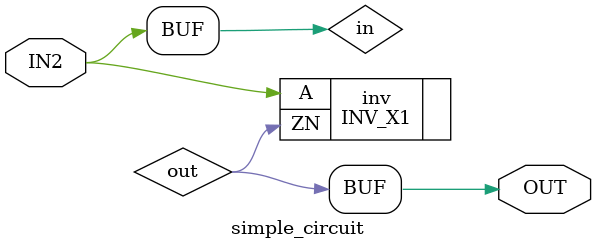
<source format=v>
module simple_circuit (
    input wire IN2,
    output wire OUT
);

    wire in,out;
    assign in = IN2;
    INV_X1 inv (.A(in),.ZN(out));   
    assign OUT = out;

endmodule



</source>
